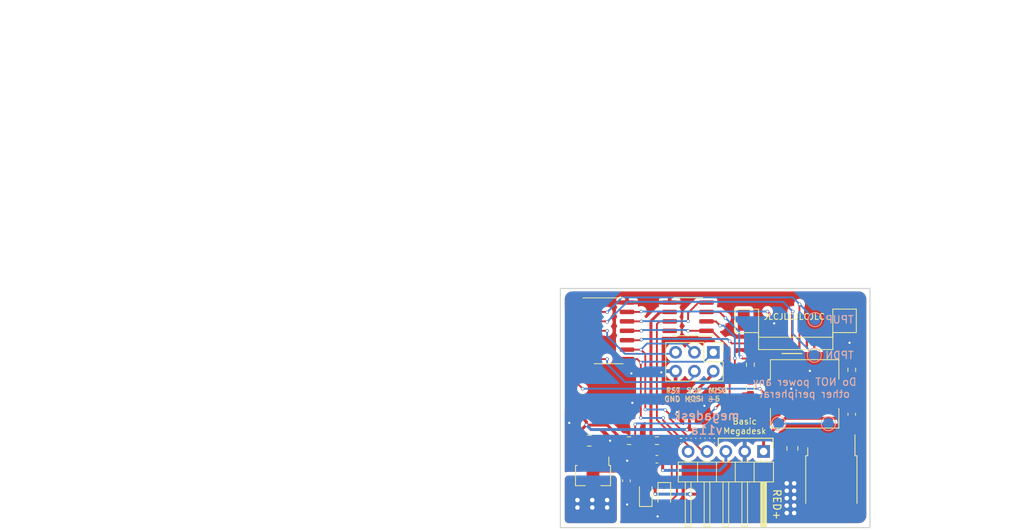
<source format=kicad_pcb>
(kicad_pcb (version 20221018) (generator pcbnew)
  (layers (0 "F.Cu" signal) (31 "B.Cu" signal) (34 "B.Paste" user) (35 "F.Paste" user) (36 "B.SilkS" user "B.Silkscreen") (37 "F.SilkS" user "F.Silkscreen") (38 "B.Mask" user) (39 "F.Mask" user) (44 "Edge.Cuts" user))
  (net 0 "")
  (net 1 "+5V")
  (net 2 "GND")
  (net 3 "+12V")
  (net 4 "LINBUS")
  (net 5 "MISO")
  (net 6 "SCK")
  (net 7 "MOSI")
  (net 8 "RST")
  (net 9 "+24V")
  (net 10 "Net-(BZ1--)")
  (net 11 "Net-(BZ1-+)")
  (net 12 "Net-(D1-K)")
  (net 13 "Net-(D2-K)")
  (net 14 "Bup")
  (net 15 "Bdown")
  (net 16 "B9")
  (net 17 "B10")
  (net 18 "Net-(U3-PA2)")
  (net 19 "Net-(U4-CS)")
  (net 20 "Net-(U4-WAKE)")
  (net 21 "Net-(U3-PA1)")
  (net 22 "Net-(TP1-Pad1)")
  (footprint "Diode_SMD:D_SOD-323" (layer "F.Cu") (at 110.7 132.35 90)
    (fp_text reference "D1" hide)
    (fp_text value "1N4148")
    (fp_line (start -1.61 -0.85) (end -1.61 0.85) (stroke (width 0.12)) (layer "F.SilkS"))
    (fp_line (start -1.61 -0.85) (end 1.05 -0.85) (stroke (width 0.12)) (layer "F.SilkS"))
    (fp_line (start -1.61 0.85) (end 1.05 0.85) (stroke (width 0.12)) (layer "F.SilkS"))
    (pad "1" smd roundrect (at -1.05 0 90) (size 0.6 0.45) (layers "F.Cu" "F.Paste" "F.Mask") (net 12 "Net-(D1-K)"))
    (pad "2" smd roundrect (at 1.05 0 90) (size 0.6 0.45) (layers "F.Cu" "F.Paste" "F.Mask") (net 3 "+12V"))
  )
  (footprint "Package_TO_SOT_SMD:TO-252-2" (layer "F.Cu") (at 135.7 130.44 -90)
    (fp_text reference "U1" hide)
    (fp_text value "7812")
    (fp_line (start -3.31 -3.45) (end -3.31 -3.18) (stroke (width 0.12)) (layer "F.SilkS"))
    (fp_line (start -3.31 -3.18) (end -6.14 -3.18) (stroke (width 0.12)) (layer "F.SilkS"))
    (fp_line (start -3.31 3.18) (end -4.41 3.18) (stroke (width 0.12)) (layer "F.SilkS"))
    (fp_line (start -3.31 3.45) (end -3.31 3.18) (stroke (width 0.12)) (layer "F.SilkS"))
    (fp_line (start 3.11 -3.45) (end -3.31 -3.45) (stroke (width 0.12)) (layer "F.SilkS"))
    (fp_line (start 3.11 3.45) (end -3.31 3.45) (stroke (width 0.12)) (layer "F.SilkS"))
    (pad "1" smd roundrect (at -5.04 -2.28 270) (size 2.2 1.2) (layers "F.Cu" "F.Paste" "F.Mask") (roundrect_rratio 0.208333) (net 9 "+24V"))
    (pad "2" smd roundrect (at -0.415 -1.525 270) (size 3.05 2.75) (layers "F.Cu" "F.Paste") (roundrect_rratio 0.090909) (net 2 "GND"))
    (pad "2" smd roundrect (at -0.415 1.525 270) (size 3.05 2.75) (layers "F.Cu" "F.Paste") (roundrect_rratio 0.090909) (net 2 "GND"))
    (pad "2" smd roundrect (at 1.26 0 270) (size 6.4 5.8) (layers "F.Cu" "F.Mask") (roundrect_rratio 0.043103) (net 2 "GND"))
    (pad "2" smd roundrect (at 2.935 -1.525 270) (size 3.05 2.75) (layers "F.Cu" "F.Paste") (roundrect_rratio 0.090909) (net 2 "GND"))
    (pad "2" smd roundrect (at 2.935 1.525 270) (size 3.05 2.75) (layers "F.Cu" "F.Paste") (roundrect_rratio 0.090909) (net 2 "GND"))
    (pad "3" smd roundrect (at -5.04 2.28 270) (size 2.2 1.2) (layers "F.Cu" "F.Paste" "F.Mask") (roundrect_rratio 0.208333) (net 3 "+12V"))
  )
  (footprint "megadesk:F1004-H-10-20G-R" (layer "F.Cu") (at 130.9 112 180)
    (fp_text reference "J2" hide)
    (fp_text value "FFC")
    (fp_line (start -8.16 1.46) (end -5 1.46) (stroke (width 0.12)) (layer "F.SilkS"))
    (fp_line (start -8.16 4.62) (end -8.16 1.46) (stroke (width 0.12)) (layer "F.SilkS"))
    (fp_line (start -5 -0.83) (end 5 -0.83) (stroke (width 0.12)) (layer "F.SilkS"))
    (fp_line (start -5 0.83) (end -5 4.62) (stroke (width 0.12)) (layer "F.SilkS"))
    (fp_line (start -5 0.83) (end 5 0.83) (stroke (width 0.12)) (layer "F.SilkS"))
    (fp_line (start -5 1.46) (end -5 -0.83) (stroke (width 0.12)) (layer "F.SilkS"))
    (fp_line (start -5 4.62) (end -8.16 4.62) (stroke (width 0.12)) (layer "F.SilkS"))
    (fp_line (start 5 0.83) (end 5 4.62) (stroke (width 0.12)) (layer "F.SilkS"))
    (fp_line (start 5 1.46) (end 5 -0.83) (stroke (width 0.12)) (layer "F.SilkS"))
    (fp_line (start 5 4.62) (end 8.16 4.62) (stroke (width 0.12)) (layer "F.SilkS"))
    (fp_line (start 8.16 1.46) (end 5 1.46) (stroke (width 0.12)) (layer "F.SilkS"))
    (fp_line (start 8.16 4.62) (end 8.16 1.46) (stroke (width 0.12)) (layer "F.SilkS"))
    (pad "0" smd rect locked (at -7 3.1 180) (size 1.6 2.8) (layers "F.Cu" "F.Paste" "F.Mask"))
    (pad "0" smd rect locked (at 7 3.1 180) (size 1.6 2.8) (layers "F.Cu" "F.Paste" "F.Mask"))
    (pad "1" smd rect locked (at -4.5 0 180) (size 0.3 1.3) (layers "F.Cu" "F.Paste" "F.Mask"))
    (pad "2" smd rect locked (at -3.5 0 180) (size 0.3 1.3) (layers "F.Cu" "F.Paste" "F.Mask"))
    (pad "3" smd rect locked (at -2.5 0 180) (size 0.3 1.3) (layers "F.Cu" "F.Paste" "F.Mask"))
    (pad "4" smd rect locked (at -1.5 0 180) (size 0.3 1.3) (layers "F.Cu" "F.Paste" "F.Mask"))
    (pad "5" smd rect locked (at -0.5 0 180) (size 0.3 1.3) (layers "F.Cu" "F.Paste" "F.Mask") (net 14 "Bup"))
    (pad "6" smd rect locked (at 0.5 0 180) (size 0.3 1.3) (layers "F.Cu" "F.Paste" "F.Mask") (net 15 "Bdown"))
    (pad "7" smd rect locked (at 1.5 0 180) (size 0.3 1.3) (layers "F.Cu" "F.Paste" "F.Mask") (net 2 "GND"))
    (pad "8" smd rect locked (at 2.5 0 180) (size 0.3 1.3) (layers "F.Cu" "F.Paste" "F.Mask"))
    (pad "9" smd rect locked (at 3.5 0 180) (size 0.3 1.3) (layers "F.Cu" "F.Paste" "F.Mask") (net 16 "B9"))
    (pad "10" smd rect locked (at 4.5 0 180) (size 0.3 1.3) (layers "F.Cu" "F.Paste" "F.Mask") (net 17 "B10"))
  )
  (footprint "Capacitor_SMD:C_0603_1608Metric" (layer "F.Cu") (at 112.2 127.6 180)
    (fp_text reference "C6" hide)
    (fp_text value "220pF")
    (fp_line (start -0.14058 -0.51) (end 0.14058 -0.51) (stroke (width 0.12)) (layer "F.SilkS"))
    (fp_line (start -0.14058 0.51) (end 0.14058 0.51) (stroke (width 0.12)) (layer "F.SilkS"))
    (pad "1" smd roundrect (at -0.775 0 180) (size 0.9 0.95) (layers "F.Cu" "F.Paste" "F.Mask") (net 4 "LINBUS"))
    (pad "2" smd roundrect (at 0.775 0 180) (size 0.9 0.95) (layers "F.Cu" "F.Paste" "F.Mask") (net 2 "GND"))
  )
  (footprint "Resistor_SMD:R_0603_1608Metric" (layer "F.Cu") (at 138.45 115.55 90)
    (fp_text reference "R1" hide)
    (fp_text value "1k")
    (fp_line (start -0.237258 -0.5225) (end 0.237258 -0.5225) (stroke (width 0.12)) (layer "F.SilkS"))
    (fp_line (start -0.237258 0.5225) (end 0.237258 0.5225) (stroke (width 0.12)) (layer "F.SilkS"))
    (pad "1" smd roundrect (at -0.825 0 90) (size 0.8 0.95) (layers "F.Cu" "F.Paste" "F.Mask") (net 11 "Net-(BZ1-+)"))
    (pad "2" smd roundrect (at 0.825 0 90) (size 0.8 0.95) (layers "F.Cu" "F.Paste" "F.Mask") (net 2 "GND"))
  )
  (footprint "Resistor_SMD:R_0603_1608Metric" (layer "F.Cu") (at 124.792 117.977 -90)
    (fp_text reference "R4" hide)
    (fp_text value "4.7k")
    (fp_line (start -0.237258 -0.5225) (end 0.237258 -0.5225) (stroke (width 0.12)) (layer "F.SilkS"))
    (fp_line (start -0.237258 0.5225) (end 0.237258 0.5225) (stroke (width 0.12)) (layer "F.SilkS"))
    (pad "1" smd roundrect (at -0.825 0 270) (size 0.8 0.95) (layers "F.Cu" "F.Paste" "F.Mask") (net 19 "Net-(U4-CS)"))
    (pad "2" smd roundrect (at 0.825 0 270) (size 0.8 0.95) (layers "F.Cu" "F.Paste" "F.Mask") (net 1 "+5V"))
  )
  (footprint "Resistor_SMD:R_0603_1608Metric" (layer "F.Cu") (at 112.2 125.1 180)
    (fp_text reference "R6" hide)
    (fp_text value "1k")
    (fp_line (start -0.237258 -0.5225) (end 0.237258 -0.5225) (stroke (width 0.12)) (layer "F.SilkS"))
    (fp_line (start -0.237258 0.5225) (end 0.237258 0.5225) (stroke (width 0.12)) (layer "F.SilkS"))
    (pad "1" smd roundrect (at -0.825 0 180) (size 0.8 0.95) (layers "F.Cu" "F.Paste" "F.Mask") (net 13 "Net-(D2-K)"))
    (pad "2" smd roundrect (at 0.825 0 180) (size 0.8 0.95) (layers "F.Cu" "F.Paste" "F.Mask") (net 4 "LINBUS"))
  )
  (footprint "Buzzer_Beeper:Buzzer_Murata_PKMCS0909E" (layer "F.Cu") (at 132.1 118.8)
    (fp_text reference "BZ1" hide)
    (fp_text value "Buzzer")
    (fp_line (start -4.61 -4.61) (end 4.61 -4.61) (stroke (width 0.12)) (layer "F.SilkS"))
    (fp_line (start -4.61 -1.96) (end -4.94 -1.96) (stroke (width 0.12)) (layer "F.SilkS"))
    (fp_line (start -4.61 -1.96) (end -4.61 -4.61) (stroke (width 0.12)) (layer "F.SilkS"))
    (fp_line (start -4.61 4.61) (end -4.61 1.96) (stroke (width 0.12)) (layer "F.SilkS"))
    (fp_line (start 4.61 -4.61) (end 4.61 -1.96) (stroke (width 0.12)) (layer "F.SilkS"))
    (fp_line (start 4.61 1.96) (end 4.61 4.61) (stroke (width 0.12)) (layer "F.SilkS"))
    (fp_line (start 4.61 4.61) (end -4.61 4.61) (stroke (width 0.12)) (layer "F.SilkS"))
    (pad "1" smd rect (at -4.35 0) (size 1.3 3.4) (layers "F.Cu" "F.Paste" "F.Mask") (net 10 "Net-(BZ1--)"))
    (pad "2" smd rect (at 4.35 0) (size 1.3 3.4) (layers "F.Cu" "F.Paste" "F.Mask") (net 11 "Net-(BZ1-+)"))
  )
  (footprint "Capacitor_SMD:C_0805_2012Metric" (layer "F.Cu") (at 130.45 126.15 -90)
    (fp_text reference "C3" hide)
    (fp_text value "0.1uF")
    (fp_line (start -0.261252 -0.735) (end 0.261252 -0.735) (stroke (width 0.12)) (layer "F.SilkS"))
    (fp_line (start -0.261252 0.735) (end 0.261252 0.735) (stroke (width 0.12)) (layer "F.SilkS"))
    (pad "1" smd roundrect (at -0.95 0 270) (size 1 1.45) (layers "F.Cu" "F.Paste" "F.Mask") (net 3 "+12V"))
    (pad "2" smd roundrect (at 0.95 0 270) (size 1 1.45) (layers "F.Cu" "F.Paste" "F.Mask") (net 2 "GND"))
  )
  (footprint "Diode_SMD:D_SOD-323" (layer "F.Cu") (at 113.2 132.35 -90)
    (fp_text reference "D2" hide)
    (fp_text value "1N4148")
    (fp_line (start -1.61 -0.85) (end -1.61 0.85) (stroke (width 0.12)) (layer "F.SilkS"))
    (fp_line (start -1.61 -0.85) (end 1.05 -0.85) (stroke (width 0.12)) (layer "F.SilkS"))
    (fp_line (start -1.61 0.85) (end 1.05 0.85) (stroke (width 0.12)) (layer "F.SilkS"))
    (pad "1" smd roundrect (at -1.05 0 270) (size 0.6 0.45) (layers "F.Cu" "F.Paste" "F.Mask") (net 13 "Net-(D2-K)"))
    (pad "2" smd roundrect (at 1.05 0 270) (size 0.6 0.45) (layers "F.Cu" "F.Paste" "F.Mask") (net 12 "Net-(D1-K)"))
  )
  (footprint "Package_TO_SOT_SMD:SOT-89-3" (layer "F.Cu") (at 103.6 129.8 -90)
    (fp_text reference "U2" hide)
    (fp_text value "HT7550-1")
    (fp_line (start -2.5 -2.13) (end -1.36 -2.13) (stroke (width 0.12)) (layer "F.SilkS"))
    (fp_line (start -1.36 -2.36) (end -1.36 -2.13) (stroke (width 0.12)) (layer "F.SilkS"))
    (fp_line (start -1.36 -2.36) (end 1.36 -2.36) (stroke (width 0.12)) (layer "F.SilkS"))
    (fp_line (start -1.36 2.36) (end -1.36 2.13) (stroke (width 0.12)) (layer "F.SilkS"))
    (fp_line (start 1.36 -2.36) (end 1.36 -1.05) (stroke (width 0.12)) (layer "F.SilkS"))
    (fp_line (start 1.36 1.05) (end 1.36 2.36) (stroke (width 0.12)) (layer "F.SilkS"))
    (fp_line (start 1.36 2.36) (end -1.36 2.36) (stroke (width 0.12)) (layer "F.SilkS"))
    (pad "1" smd rect (at -1.95 -1.5 270) (size 1.3 0.9) (layers "F.Cu" "F.Paste" "F.Mask") (net 2 "GND"))
    (pad "2" smd custom (at -1.8625 0 270) (size 1.475 0.9) (layers "F.Cu" "F.Paste" "F.Mask") (net 3 "+12V") (options (clearance outline) (anchor rect)) (primitives (gr_poly (pts (xy 3.8625 0.8665) (xy 0.7375 0.8665) (xy 0.7375 -0.8665) (xy 3.8625 -0.8665)) (width 0) (fill yes))))
    (pad "3" smd rect (at -1.95 1.5 270) (size 1.3 0.9) (layers "F.Cu" "F.Paste" "F.Mask") (net 1 "+5V"))
  )
  (footprint "Connector_PinHeader_2.54mm:PinHeader_2x03_P2.54mm_Vertical" (layer "F.Cu") (at 119.8 113.2 -90)
    (fp_text reference "J3" hide)
    (fp_text value "AVR-ISP-6")
    (fp_line (start -1.33 -1.33) (end 0 -1.33) (stroke (width 0.12)) (layer "F.SilkS"))
    (fp_line (start -1.33 0) (end -1.33 -1.33) (stroke (width 0.12)) (layer "F.SilkS"))
    (fp_line (start -1.33 1.27) (end -1.33 6.41) (stroke (width 0.12)) (layer "F.SilkS"))
    (fp_line (start -1.33 1.27) (end 1.27 1.27) (stroke (width 0.12)) (layer "F.SilkS"))
    (fp_line (start -1.33 6.41) (end 3.87 6.41) (stroke (width 0.12)) (layer "F.SilkS"))
    (fp_line (start 1.27 -1.33) (end 3.87 -1.33) (stroke (width 0.12)) (layer "F.SilkS"))
    (fp_line (start 1.27 1.27) (end 1.27 -1.33) (stroke (width 0.12)) (layer "F.SilkS"))
    (fp_line (start 3.87 -1.33) (end 3.87 6.41) (stroke (width 0.12)) (layer "F.SilkS"))
    (pad "1" thru_hole rect (at 0 0 270) (size 1.7 1.7) (drill 1) (layers "*.Cu" "*.Mask") (net 5 "MISO"))
    (pad "2" thru_hole oval (at 2.54 0 270) (size 1.7 1.7) (drill 1) (layers "*.Cu" "*.Mask") (net 1 "+5V"))
    (pad "3" thru_hole oval (at 0 2.54 270) (size 1.7 1.7) (drill 1) (layers "*.Cu" "*.Mask") (net 6 "SCK"))
    (pad "4" thru_hole oval (at 2.54 2.54 270) (size 1.7 1.7) (drill 1) (layers "*.Cu" "*.Mask") (net 7 "MOSI"))
    (pad "5" thru_hole oval (at 0 5.08 270) (size 1.7 1.7) (drill 1) (layers "*.Cu" "*.Mask") (net 8 "RST"))
    (pad "6" thru_hole oval (at 2.54 5.08 270) (size 1.7 1.7) (drill 1) (layers "*.Cu" "*.Mask") (net 2 "GND"))
  )
  (footprint "Package_SO:SOIC-14_3.9x8.7mm_P1.27mm" (layer "F.Cu") (at 105.7 110.3)
    (fp_text reference "U3" hide)
    (fp_text value "ATtiny841-SS")
    (fp_line (start 0 -4.435) (end -3.45 -4.435) (stroke (width 0.12)) (layer "F.SilkS"))
    (fp_line (start 0 -4.435) (end 1.95 -4.435) (stroke (width 0.12)) (layer "F.SilkS"))
    (fp_line (start 0 4.435) (end -1.95 4.435) (stroke (width 0.12)) (layer "F.SilkS"))
    (fp_line (start 0 4.435) (end 1.95 4.435) (stroke (width 0.12)) (layer "F.SilkS"))
    (pad "1" smd roundrect (at -2.475 -3.81) (size 1.95 0.6) (layers "F.Cu" "F.Paste" "F.Mask") (net 1 "+5V"))
    (pad "2" smd roundrect (at -2.475 -2.54) (size 1.95 0.6) (layers "F.Cu" "F.Paste" "F.Mask") (net 14 "Bup"))
    (pad "3" smd roundrect (at -2.475 -1.27) (size 1.95 0.6) (layers "F.Cu" "F.Paste" "F.Mask") (net 15 "Bdown"))
    (pad "4" smd roundrect (at -2.475 0) (size 1.95 0.6) (layers "F.Cu" "F.Paste" "F.Mask") (net 8 "RST"))
    (pad "5" smd roundrect (at -2.475 1.27) (size 1.95 0.6) (layers "F.Cu" "F.Paste" "F.Mask"))
    (pad "6" smd roundrect (at -2.475 2.54) (size 1.95 0.6) (layers "F.Cu" "F.Paste" "F.Mask") (net 10 "Net-(BZ1--)"))
    (pad "7" smd roundrect (at -2.475 3.81) (size 1.95 0.6) (layers "F.Cu" "F.Paste" "F.Mask") (net 7 "MOSI"))
    (pad "8" smd roundrect (at 2.475 3.81) (size 1.95 0.6) (layers "F.Cu" "F.Paste" "F.Mask") (net 5 "MISO"))
    (pad "9" smd roundrect (at 2.475 2.54) (size 1.95 0.6) (layers "F.Cu" "F.Paste" "F.Mask") (net 6 "SCK"))
    (pad "10" smd roundrect (at 2.475 1.27) (size 1.95 0.6) (layers "F.Cu" "F.Paste" "F.Mask") (net 17 "B10"))
    (pad "11" smd roundrect (at 2.475 0) (size 1.95 0.6) (layers "F.Cu" "F.Paste" "F.Mask") (net 18 "Net-(U3-PA2)"))
    (pad "12" smd roundrect (at 2.475 -1.27) (size 1.95 0.6) (layers "F.Cu" "F.Paste" "F.Mask") (net 21 "Net-(U3-PA1)"))
    (pad "13" smd roundrect (at 2.475 -2.54) (size 1.95 0.6) (layers "F.Cu" "F.Paste" "F.Mask") (net 16 "B9"))
    (pad "14" smd roundrect (at 2.475 -3.81) (size 1.95 0.6) (layers "F.Cu" "F.Paste" "F.Mask") (net 2 "GND"))
  )
  (footprint "Capacitor_SMD:C_0805_2012Metric" (layer "F.Cu") (at 103.1 125.1)
    (fp_text reference "C5" hide)
    (fp_text value "0.1uF")
    (fp_line (start -0.261252 -0.735) (end 0.261252 -0.735) (stroke (width 0.12)) (layer "F.SilkS"))
    (fp_line (start -0.261252 0.735) (end 0.261252 0.735) (stroke (width 0.12)) (layer "F.SilkS"))
    (pad "1" smd roundrect (at -0.95 0) (size 1 1.45) (layers "F.Cu" "F.Paste" "F.Mask") (net 1 "+5V"))
    (pad "2" smd roundrect (at 0.95 0) (size 1 1.45) (layers "F.Cu" "F.Paste" "F.Mask") (net 2 "GND"))
  )
  (footprint "Resistor_SMD:R_0603_1608Metric" (layer "F.Cu") (at 108.45 125.1)
    (fp_text reference "R3" hide)
    (fp_text value "4.7k")
    (fp_line (start -0.237258 -0.5225) (end 0.237258 -0.5225) (stroke (width 0.12)) (layer "F.SilkS"))
    (fp_line (start -0.237258 0.5225) (end 0.237258 0.5225) (stroke (width 0.12)) (layer "F.SilkS"))
    (pad "1" smd roundrect (at -0.825 0) (size 0.8 0.95) (layers "F.Cu" "F.Paste" "F.Mask") (net 1 "+5V"))
    (pad "2" smd roundrect (at 0.825 0) (size 0.8 0.95) (layers "F.Cu" "F.Paste" "F.Mask") (net 18 "Net-(U3-PA2)"))
  )
  (footprint "Capacitor_SMD:C_0603_1608Metric" (layer "F.Cu") (at 138.45 121.55 90)
    (fp_text reference "C1" hide)
    (fp_text value "220pF")
    (fp_line (start -0.14058 -0.51) (end 0.14058 -0.51) (stroke (width 0.12)) (layer "F.SilkS"))
    (fp_line (start -0.14058 0.51) (end 0.14058 0.51) (stroke (width 0.12)) (layer "F.SilkS"))
    (pad "1" smd roundrect (at -0.775 0 90) (size 0.9 0.95) (layers "F.Cu" "F.Paste" "F.Mask") (net 9 "+24V"))
    (pad "2" smd roundrect (at 0.775 0 90) (size 0.9 0.95) (layers "F.Cu" "F.Paste" "F.Mask") (net 2 "GND"))
  )
  (footprint "Resistor_SMD:R_0603_1608Metric" (layer "F.Cu") (at 124.792 114.866 -90)
    (fp_text reference "R5" hide)
    (fp_text value "4.7k")
    (fp_line (start -0.237258 -0.5225) (end 0.237258 -0.5225) (stroke (width 0.12)) (layer "F.SilkS"))
    (fp_line (start -0.237258 0.5225) (end 0.237258 0.5225) (stroke (width 0.12)) (layer "F.SilkS"))
    (pad "1" smd roundrect (at -0.825 0 270) (size 0.8 0.95) (layers "F.Cu" "F.Paste" "F.Mask") (net 20 "Net-(U4-WAKE)"))
    (pad "2" smd roundrect (at 0.825 0 270) (size 0.8 0.95) (layers "F.Cu" "F.Paste" "F.Mask") (net 2 "GND"))
  )
  (footprint "Package_SO:SOIC-8_3.9x4.9mm_P1.27mm" (layer "F.Cu") (at 116.4 108.4 180)
    (fp_text reference "U4" hide)
    (fp_text value "MCP2003B")
    (fp_line (start 0 -2.56) (end -3.45 -2.56) (stroke (width 0.12)) (layer "F.SilkS"))
    (fp_line (start 0 -2.56) (end 1.95 -2.56) (stroke (width 0.12)) (layer "F.SilkS"))
    (fp_line (start 0 2.56) (end -1.95 2.56) (stroke (width 0.12)) (layer "F.SilkS"))
    (fp_line (start 0 2.56) (end 1.95 2.56) (stroke (width 0.12)) (layer "F.SilkS"))
    (pad "1" smd roundrect (at -2.475 -1.905 180) (size 1.95 0.6) (layers "F.Cu" "F.Paste" "F.Mask") (net 18 "Net-(U3-PA2)"))
    (pad "2" smd roundrect (at -2.475 -0.635 180) (size 1.95 0.6) (layers "F.Cu" "F.Paste" "F.Mask") (net 19 "Net-(U4-CS)"))
    (pad "3" smd roundrect (at -2.475 0.635 180) (size 1.95 0.6) (layers "F.Cu" "F.Paste" "F.Mask") (net 20 "Net-(U4-WAKE)"))
    (pad "4" smd roundrect (at -2.475 1.905 180) (size 1.95 0.6) (layers "F.Cu" "F.Paste" "F.Mask") (net 21 "Net-(U3-PA1)"))
    (pad "5" smd roundrect (at 2.475 1.905 180) (size 1.95 0.6) (layers "F.Cu" "F.Paste" "F.Mask") (net 2 "GND"))
    (pad "6" smd roundrect (at 2.475 0.635 180) (size 1.95 0.6) (layers "F.Cu" "F.Paste" "F.Mask") (net 4 "LINBUS"))
    (pad "7" smd roundrect (at 2.475 -0.635 180) (size 1.95 0.6) (layers "F.Cu" "F.Paste" "F.Mask") (net 12 "Net-(D1-K)"))
    (pad "8" smd roundrect (at 2.475 -1.905 180) (size 1.95 0.6) (layers "F.Cu" "F.Paste" "F.Mask"))
  )
  (footprint "Connector_PinHeader_2.54mm:PinHeader_1x05_P2.54mm_Horizontal" (layer "F.Cu") (at 126.57 126.55 -90)
    (fp_text reference "J4" hide)
    (fp_text value "Interface")
    (fp_line (start 1.042929 2.16) (end 1.44 2.16) (stroke (width 0.12)) (layer "F.SilkS"))
    (fp_line (start 1.042929 2.92) (end 1.44 2.92) (stroke (width 0.12)) (layer "F.SilkS"))
    (fp_line (start 1.042929 4.7) (end 1.44 4.7) (stroke (width 0.12)) (layer "F.SilkS"))
    (fp_line (start 1.042929 5.46) (end 1.44 5.46) (stroke (width 0.12)) (layer "F.SilkS"))
    (fp_line (start 1.042929 7.24) (end 1.44 7.24) (stroke (width 0.12)) (layer "F.SilkS"))
    (fp_line (start 1.042929 8) (end 1.44 8) (stroke (width 0.12)) (layer "F.SilkS"))
    (fp_line (start 1.042929 9.78) (end 1.44 9.78) (stroke (width 0.12)) (layer "F.SilkS"))
    (fp_line (start 1.042929 10.54) (end 1.44 10.54) (stroke (width 0.12)) (layer "F.SilkS"))
    (fp_line (start 1.11 -0.38) (end 1.44 -0.38) (stroke (width 0.12)) (layer "F.SilkS"))
    (fp_line (start 1.11 0.38) (end 1.44 0.38) (stroke (width 0.12)) (layer "F.SilkS"))
    (fp_line (start 1.44 -1.33) (end 1.44 11.49) (stroke (width 0.12)) (layer "F.SilkS"))
    (fp_line (start 1.44 1.27) (end 4.1 1.27) (stroke (width 0.12)) (layer "F.SilkS"))
    (fp_line (start 1.44 3.81) (end 4.1 3.81) (stroke (width 0.12)) (layer "F.SilkS"))
    (fp_line (start 1.44 6.35) (end 4.1 6.35) (stroke (width 0.12)) (layer "F.SilkS"))
    (fp_line (start 1.44 8.89) (end 4.1 8.89) (stroke (width 0.12)) (layer "F.SilkS"))
    (fp_line (start 1.44 11.49) (end 4.1 11.49) (stroke (width 0.12)) (layer "F.SilkS"))
    (fp_line (start 4.1 -1.33) (end 1.44 -1.33) (stroke (width 0.12)) (layer "F.SilkS"))
    (fp_line (start 4.1 -0.38) (end 10.1 -0.38) (stroke (width 0.12)) (layer "F.SilkS"))
    (fp_line (start 4.1 -0.32) (end 10.1 -0.32) (stroke (width 0.12)) (layer "F.SilkS"))
    (fp_line (start 4.1 -0.2) (end 10.1 -0.2) (stroke (width 0.12)) (layer "F.SilkS"))
    (fp_line (start 4.1 -0.08) (end 10.1 -0.08) (stroke (width 0.12)) (layer "F.SilkS"))
    (fp_line (start 4.1 0.04) (end 10.1 0.04) (stroke (width 0.12)) (layer "F.SilkS"))
    (fp_line (start 4.1 0.16) (end 10.1 0.16) (stroke (width 0.12)) (layer "F.SilkS"))
    (fp_line (start 4.1 0.28) (end 10.1 0.28) (stroke (width 0.12)) (layer "F.SilkS"))
    (fp_line (start 4.1 2.16) (end 10.1 2.16) (stroke (width 0.12)) (layer "F.SilkS"))
    (fp_line (start 4.1 4.7) (end 10.1 4.7) (stroke (width 0.12)) (layer "F.SilkS"))
    (fp_line (start 4.1 7.24) (end 10.1 7.24) (stroke (width 0.12)) (layer "F.SilkS"))
    (fp_line (start 4.1 9.78) (end 10.1 9.78) (stroke (width 0.12)) (layer "F.SilkS"))
    (fp_line (start 4.1 11.49) (end 4.1 -1.33) (stroke (width 0.12)) (layer "F.SilkS"))
    (fp_line (start 10.1 -0.38) (end 10.1 0.38) (stroke (width 0.12)) (layer "F.SilkS"))
    (fp_line (start 10.1 0.38) (end 4.1 0.38) (stroke (width 0.12)) (layer "F.SilkS"))
    (fp_line (start 10.1 2.16) (end 10.1 2.92) (stroke (width 0.12)) (layer "F.SilkS"))
    (fp_line (start 10.1 2.92) (end 4.1 2.92) (stroke (width 0.12)) (layer "F.SilkS"))
    (fp_line (start 10.1 4.7) (end 10.1 5.46) (stroke (width 0.12)) (layer "F.SilkS"))
    (fp_line (start 10.1 5.46) (end 4.1 5.46) (stroke (width 0.12)) (layer "F.SilkS"))
    (fp_line (start 10.1 7.24) (end 10.1 8) (stroke (width 0.12)) (layer "F.SilkS"))
    (fp_line (start 10.1 8) (end 4.1 8) (stroke (width 0.12)) (layer "F.SilkS"))
    (fp_line (start 10.1 9.78) (end 10.1 10.54) (stroke (width 0.12)) (layer "F.SilkS"))
    (fp_line (start 10.1 10.54) (end 4.1 10.54) (stroke (width 0.12)) (layer "F.SilkS"))
    (pad "1" thru_hole rect (at 0 0 270) (size 1.7 1.7) (drill 1) (layers "*.Cu" "*.Mask") (net 9 "+24V"))
    (pad "2" thru_hole oval (at 0 2.54 270) (size 1.7 1.7) (drill 1) (layers "*.Cu" "*.Mask") (net 2 "GND"))
    (pad "3" thru_hole oval (at 0 5.08 270) (size 1.7 1.7) (drill 1) (layers "*.Cu" "*.Mask") (net 4 "LINBUS"))
    (pad "4" thru_hole oval (at 0 7.62 270) (size 1.7 1.7) (drill 1) (layers "*.Cu" "*.Mask") (net 6 "SCK"))
    (pad "5" thru_hole oval (at 0 10.16 270) (size 1.7 1.7) (drill 1) (layers "*.Cu" "*.Mask") (net 5 "MISO"))
  )
  (footprint "Capacitor_SMD:C_0603_1608Metric" (layer "F.Cu") (at 108.1 130.5 -90)
    (fp_text reference "C2" hide)
    (fp_text value "220pF")
    (fp_line (start -0.14058 -0.51) (end 0.14058 -0.51) (stroke (width 0.12)) (layer "F.SilkS"))
    (fp_line (start -0.14058 0.51) (end 0.14058 0.51) (stroke (width 0.12)) (layer "F.SilkS"))
    (pad "1" smd roundrect (at -0.775 0 270) (size 0.9 0.95) (layers "F.Cu" "F.Paste" "F.Mask") (net 3 "+12V"))
    (pad "2" smd roundrect (at 0.775 0 270) (size 0.9 0.95) (layers "F.Cu" "F.Paste" "F.Mask") (net 2 "GND"))
  )
  (footprint "TestPoint:TestPoint_Pad_D1.5mm" (layer "B.Cu") (at 133.5 108.8 180)
    (fp_text reference "TP4" hide)
    (fp_text value "TPUP" (at -3.3 0) (layer "B.SilkS") (effects (justify mirror)))
    (fp_circle (center 0 0) (end 0 -0.95) (stroke (width 0.12)) (fill none) (layer "B.SilkS"))
    (pad "1" smd circle (at 0 0 180) (size 1.5 1.5) (layers "B.Cu" "B.Mask") (net 14 "Bup"))
  )
  (footprint "TestPoint:TestPoint_Pad_D1.5mm" (layer "B.Cu") (at 133.4 113.6 180)
    (fp_text reference "TP3" hide)
    (fp_text value "TPDN" (at -3.4 0) (layer "B.SilkS") (effects (justify mirror)))
    (fp_circle (center 0 0) (end 0 -0.95) (stroke (width 0.12)) (fill none) (layer "B.SilkS"))
    (pad "1" smd circle (at 0 0 180) (size 1.5 1.5) (layers "B.Cu" "B.Mask") (net 15 "Bdown"))
  )
  (footprint "TestPoint:TestPoint_Pad_D1.5mm" (layer "B.Cu") (at 135.3 122.8 180)
    (fp_text reference "TP2" hide)
    (fp_text value "TestPoint")
    (fp_circle (center 0 0) (end 0 -0.95) (stroke (width 0.12)) (fill none) (layer "B.SilkS"))
    (pad "1" smd circle (at 0 0 180) (size 1.5 1.5) (layers "B.Cu" "B.Mask") (net 22 "Net-(TP1-Pad1)"))
  )
  (footprint "TestPoint:TestPoint_Pad_D1.5mm" (layer "B.Cu") (at 128.6 122.8 180)
    (fp_text reference "TP1" hide)
    (fp_text value "TestPoint")
    (fp_circle (center 0 0) (end 0 -0.95) (stroke (width 0.12)) (fill none) (layer "B.SilkS"))
    (pad "1" smd circle (at 0 0 180) (size 1.5 1.5) (layers "B.Cu" "B.Mask") (net 22 "Net-(TP1-Pad1)"))
  )
  (gr_line (start 119.966 124.772) (end 115.394 124.772) (stroke (width 0.15) (type dot)) (layer "F.SilkS"))
  (gr_line (start 119.966 124.772) (end 119.966 126.042) (stroke (width 0.15) (type dot)) (layer "F.SilkS"))
  (gr_line (start 129.053 113.363) (end 131.72 113.363) (stroke (width 0.15)) (layer "F.SilkS"))
  (gr_line (start 127.84 124.772) (end 127.84 126.042) (stroke (width 0.15)) (layer "F.SilkS"))
  (gr_line (start 120.474 124.772) (end 127.84 124.772) (stroke (width 0.15)) (layer "F.SilkS"))
  (gr_line (start 115.394 124.772) (end 115.394 126.042) (stroke (width 0.15) (type dot)) (layer "F.SilkS"))
  (gr_line (start 120.474 126.042) (end 120.474 124.772) (stroke (width 0.15)) (layer "F.SilkS"))
  (gr_line (start 140.9 136.8) (end 140.9 104.6) (stroke (width 0.15)) (layer "Edge.Cuts"))
  (gr_line (start 99.2 136.8) (end 140.9 136.8) (stroke (width 0.15)) (layer "Edge.Cuts"))
  (gr_line (start 99.2 104.6) (end 140.9 104.6) (stroke (width 0.15)) (layer "Edge.Cuts"))
  (gr_line (start 99.2 136.8) (end 99.2 104.6) (stroke (width 0.15)) (layer "Edge.Cuts"))
  (gr_text "megadesk\nv11a" (at 118.9 122.7) (layer "B.SilkS") (effects (font (size 1.2 1.2) (thickness 0.2)) (justify mirror)))
  (gr_text "Do NOT power any\nother peripheral" (at 132.1 118) (layer "B.SilkS") (effects (font (size 1 1)) (justify mirror)))
  (gr_text "SCK\nMOSI" (at 117.25 119) (layer "B.SilkS") (effects (font (size 0.7 0.7) (thickness 0.1)) (justify mirror)))
  (gr_text "MISO\n+5" (at 119 118.95) (layer "B.SilkS") (effects (font (size 0.7 0.7) (thickness 0.1)) (justify right mirror)))
  (gr_text "RST\nGND" (at 115.45 119) (layer "B.SilkS") (effects (font (size 0.7 0.7) (thickness 0.1)) (justify left mirror)))
  (gr_text "JLCJLCJLCJLC" (at 130.7 108.4) (layer "F.SilkS") (effects (font (size 0.8 0.8) (thickness 0.125))))
  (gr_text "RST\nGND" (at 115.4 118.9) (layer "F.SilkS") (effects (font (size 0.7 0.7) (thickness 0.1)) (justify right)))
  (gr_text "SCK\nMOSI" (at 117.2 118.9) (layer "F.SilkS") (effects (font (size 0.7 0.7) (thickness 0.1))))
  (gr_text "RED+" (at 128.371408 133.697894 270) (layer "F.SilkS") (effects (font (size 1 1))))
  (gr_text "MISO\n+5" (at 119.1 118.9) (layer "F.SilkS") (effects (font (size 0.7 0.7) (thickness 0.1)) (justify left)))
  (gr_text "Basic\nMegadesk" (at 124.03 124.264) (layer "F.SilkS") (effects (font (size 0.8 0.8) (thickness 0.12)) (justify bottom)))
  (segment (start 105.525 123) (end 107.625 125.1) (width 0.4) (layer "F.Cu") (net 1))
  (segment (start 116.23715 123.629) (end 116.60001 123.26614) (width 0.4) (layer "F.Cu") (net 1))
  (segment (start 116.60001 119.29999) (end 119.8 116.1) (width 0.4) (layer "F.Cu") (net 1))
  (segment (start 102.1 127.85) (end 102.1 125.15) (width 0.4) (layer "F.Cu") (net 1))
  (segment (start 116.60001 123.26614) (end 116.60001 119.29999) (width 0.4) (layer "F.Cu") (net 1))
  (segment (start 124.792 118.802) (end 123.841 118.802) (width 0.4) (layer "F.Cu") (net 1))
  (segment (start 102.7 122.972989) (end 102.15 123.522989) (width 0.4) (layer "F.Cu") (net 1))
  (segment (start 119.014 123.629) (end 116.23715 123.629) (width 0.4) (layer "F.Cu") (net 1))
  (segment (start 101.86 106.49) (end 103.225 106.49) (width 0.4) (layer "F.Cu") (net 1))
  (segment (start 102.15 123.522989) (end 102.15 125.1) (width 0.4) (layer "F.Cu") (net 1))
  (segment (start 102.727011 123) (end 105.525 123) (width 0.4) (layer "F.Cu") (net 1))
  (segment (start 123.841 118.802) (end 119.014 123.629) (width 0.4) (layer "F.Cu") (net 1))
  (segment (start 100.7 107.65) (end 101.86 106.49) (width 0.4) (layer "F.Cu") (net 1))
  (segment (start 100.7 120.55) (end 100.7 107.65) (width 0.4) (layer "F.Cu") (net 1))
  (segment (start 102.7 122.972989) (end 102.7 122.55) (width 0.4) (layer "F.Cu") (net 1))
  (segment (start 102.7 122.55) (end 100.7 120.55) (width 0.4) (layer "F.Cu") (net 1))
  (segment (start 102.7 122.972989) (end 102.727011 123) (width 0.4) (layer "F.Cu") (net 1))
  (via (at 116.23715 123.629) (size 0.45) (drill 0.3) (layers "F.Cu" "B.Cu") (net 1))
  (via (at 102.7 122.972989) (size 0.45) (drill 0.3) (layers "F.Cu" "B.Cu") (net 1))
  (segment (start 102.7 122.972989) (end 103.327011 123.6) (width 0.4) (layer "B.Cu") (net 1))
  (segment (start 116.20815 123.6) (end 116.23715 123.629) (width 0.4) (layer "B.Cu") (net 1))
  (segment (start 103.327011 123.6) (end 116.20815 123.6) (width 0.4) (layer "B.Cu") (net 1))
  (via (at 130.691464 130.843858) (size 0.7) (drill 0.6) (layers "F.Cu" "B.Cu") (net 2))
  (via (at 138.152877 111.91571) (size 0.45) (drill 0.3) (layers "F.Cu" "B.Cu") (net 2))
  (via (at 130.691464 131.843858) (size 0.7) (drill 0.6) (layers "F.Cu" "B.Cu") (net 2))
  (via (at 129.691464 132.843858) (size 0.7) (drill 0.6) (layers "F.Cu" "B.Cu") (net 2))
  (via (at 108.2 133.7) (size 0.45) (drill 0.3) (layers "F.Cu" "B.Cu") (net 2))
  (via (at 130.691464 132.843858) (size 0.7) (drill 0.6) (layers "F.Cu" "B.Cu") (net 2))
  (via (at 100.4 122.7) (size 0.45) (drill 0.3) (layers "F.Cu" "B.Cu") (net 2))
  (via (at 118.6 120.4) (size 0.45) (drill 0.3) (layers "F.Cu" "B.Cu") (net 2))
  (via (at 112.8 115.9) (size 0.45) (drill 0.3) (layers "F.Cu" "B.Cu") (net 2))
  (via (at 128 109.3) (size 0.45) (drill 0.3) (layers "F.Cu" "B.Cu") (net 2))
  (via (at 129.691464 134.843858) (size 0.7) (drill 0.6) (layers "F.Cu" "B.Cu") (net 2))
  (via (at 114.892991 121.250613) (size 0.45) (drill 0.3) (layers "F.Cu" "B.Cu") (net 2))
  (via (at 129.691464 130.843858) (size 0.7) (drill 0.6) (layers "F.Cu" "B.Cu") (net 2))
  (via (at 130.691464 134.843858) (size 0.7) (drill 0.6) (layers "F.Cu" "B.Cu") (net 2))
  (via (at 130.691464 133.843858) (size 0.7) (drill 0.6) (layers "F.Cu" "B.Cu") (net 2))
  (via (at 132.8 115.7) (size 0.45) (drill 0.3) (layers "F.Cu" "B.Cu") (net 2))
  (via (at 108.9 120) (size 0.45) (drill 0.3) (layers "F.Cu" "B.Cu") (net 2))
  (via (at 130.3 118.1) (size 0.45) (drill 0.3) (layers "F.Cu" "B.Cu") (net 2))
  (via (at 129.691464 133.843858) (size 0.7) (drill 0.6) (layers "F.Cu" "B.Cu") (net 2))
  (via (at 112.3 135.3) (size 0.45) (drill 0.3) (layers "F.Cu" "B.Cu") (net 2))
  (via (at 105.9 125.1) (size 0.45) (drill 0.3) (layers "F.Cu" "B.Cu") (net 2))
  (via (at 129.691464 131.843858) (size 0.7) (drill 0.6) (layers "F.Cu" "B.Cu") (net 2))
  (via (at 108.761416 116.039695) (size 0.45) (drill 0.3) (layers "F.Cu" "B.Cu") (net 2))
  (via (at 108.2 127.8) (size 0.45) (drill 0.3) (layers "F.Cu" "B.Cu") (net 2))
  (segment (start 111.974843 132.3) (end 111.974843 131.650843) (width 0.4) (layer "F.Cu") (net 3))
  (segment (start 110.7 130.4) (end 110 129.7) (width 0.4) (layer "F.Cu") (net 3))
  (segment (start 128.95 125.575286) (end 128.95 128.755389) (width 0.4) (layer "F.Cu") (net 3))
  (segment (start 110.7 131.3) (end 110.7 130.4) (width 0.4) (layer "F.Cu") (net 3))
  (segment (start 107.575 129.2) (end 104.3 129.2) (width 0.4) (layer "F.Cu") (net 3))
  (segment (start 130.45 125.2) (end 129.325286 125.2) (width 0.4) (layer "F.Cu") (net 3))
  (segment (start 129.325286 125.2) (end 128.95 125.575286) (width 0.4) (layer "F.Cu") (net 3))
  (segment (start 125.405389 132.3) (end 116.7 132.3) (width 0.4) (layer "F.Cu") (net 3))
  (segment (start 108.1 129.725) (end 107.575 129.2) (width 0.4) (layer "F.Cu") (net 3))
  (segment (start 110 129.7) (end 108.125 129.7) (width 0.4) (layer "F.Cu") (net 3))
  (segment (start 111.974843 131.650843) (end 111.624 131.3) (width 0.4) (layer "F.Cu") (net 3))
  (segment (start 111.624 131.3) (end 110.7 131.3) (width 0.4) (layer "F.Cu") (net 3))
  (segment (start 130.45 125.2) (end 133.22 125.2) (width 0.4) (layer "F.Cu") (net 3))
  (segment (start 104.3 129.2) (end 103.6 128.5) (width 0.4) (layer "F.Cu") (net 3))
  (segment (start 128.95 128.755389) (end 125.405389 132.3) (width 0.4) (layer "F.Cu") (net 3))
  (via (at 105.5 133.1) (size 0.7) (drill 0.6) (layers "F.Cu" "B.Cu") (net 3))
  (via (at 103.5 134.1) (size 0.7) (drill 0.6) (layers "F.Cu" "B.Cu") (net 3))
  (via (at 101.5 134.1) (size 0.7) (drill 0.6) (layers "F.Cu" "B.Cu") (net 3))
  (via (at 111.974843 132.3) (size 0.45) (drill 0.3) (layers "F.Cu" "B.Cu") (net 3))
  (via (at 103.5 133.1) (size 0.7) (drill 0.6) (layers "F.Cu" "B.Cu") (net 3))
  (via (at 101.5 133.1) (size 0.7) (drill 0.6) (layers "F.Cu" "B.Cu") (net 3))
  (via (at 116.7 132.3) (size 0.6) (drill 0.4) (layers "F.Cu" "B.Cu") (net 3))
  (via (at 105.5 134.1) (size 0.7) (drill 0.6) (layers "F.Cu" "B.Cu") (net 3))
  (segment (start 116.7 132.3) (end 111.974843 132.3) (width 0.4) (layer "B.Cu") (net 3))
  (segment (start 112.975 129.075) (end 113 129.1) (width 0.4) (layer "F.Cu") (net 4))
  (segment (start 112.975 127.6) (end 112.975 129.075) (width 0.4) (layer "F.Cu") (net 4))
  (segment (start 111.4 109) (end 111.4 125.075) (width 0.4) (layer "F.Cu") (net 4))
  (segment (start 113.925 107.765) (end 112.635 107.765) (width 0.4) (layer "F.Cu") (net 4))
  (segment (start 111.375 125.1) (end 111.375 125.875) (width 0.4) (layer "F.Cu") (net 4))
  (segment (start 112.635 107.765) (end 111.4 109) (width 0.4) (layer "F.Cu") (net 4))
  (segment (start 111.375 125.875) (end 112.975 127.475) (width 0.4) (layer "F.Cu") (net 4))
  (via (at 113 129.1) (size 0.45) (drill 0.3) (layers "F.Cu" "B.Cu") (net 4))
  (segment (start 121.49 128.271719) (end 121.49 126.55) (width 0.4) (layer "B.Cu") (net 4))
  (segment (start 113 129.1) (end 120.661719 129.1) (width 0.4) (layer "B.Cu") (net 4))
  (segment (start 120.661719 129.1) (end 121.49 128.271719) (width 0.4) (layer "B.Cu") (net 4))
  (segment (start 113.060802 122.401352) (end 116.41 125.75055) (width 0.25) (layer "F.Cu") (net 5))
  (segment (start 116.41 125.75055) (end 116.41 126.55) (width 0.25) (layer "F.Cu") (net 5))
  (segment (start 110.031923 122.023965) (end 110.031923 114.585057) (width 0.25) (layer "F.Cu") (net 5))
  (segment (start 109.556866 114.11) (end 108.175 114.11) (width 0.25) (layer "F.Cu") (net 5))
  (segment (start 110.031923 114.585057) (end 109.556866 114.11) (width 0.25) (layer "F.Cu") (net 5))
  (segment (start 113.060802 122.042378) (end 113.060802 122.401352) (width 0.25) (layer "F.Cu") (net 5))
  (via (at 110.031923 114.585057) (size 0.45) (drill 0.3) (layers "F.Cu" "B.Cu") (net 5))
  (via (at 110.031923 122.023965) (size 0.45) (drill 0.3) (layers "F.Cu" "B.Cu") (net 5))
  (via (at 113.060802 122.042378) (size 0.45) (drill 0.3) (layers "F.Cu" "B.Cu") (net 5))
  (segment (start 118.532098 114.467902) (end 119.8 113.2) (width 0.25) (layer "B.Cu") (net 5))
  (segment (start 110.031923 114.585057) (end 110.149078 114.467902) (width 0.25) (layer "B.Cu") (net 5))
  (segment (start 110.050336 122.042378) (end 110.031923 122.023965) (width 0.25) (layer "B.Cu") (net 5))
  (segment (start 110.149078 114.467902) (end 118.532098 114.467902) (width 0.25) (layer "B.Cu") (net 5))
  (segment (start 113.060802 122.042378) (end 110.050336 122.042378) (width 0.25) (layer "B.Cu") (net 5))
  (segment (start 113.327875 120.974416) (end 113.917095 121.563636) (width 0.25) (layer "F.Cu") (net 6))
  (segment (start 110.639557 113.419557) (end 110.06 112.84) (width 0.25) (layer "F.Cu") (net 6))
  (segment (start 110.06 112.84) (end 108.175 112.84) (width 0.25) (layer "F.Cu") (net 6))
  (segment (start 110.639557 120.900763) (end 110.639557 113.419557) (width 0.25) (layer "F.Cu") (net 6))
  (segment (start 113.917095 121.563636) (end 113.917095 122.086763) (width 0.25) (layer "F.Cu") (net 6))
  (segment (start 113.917095 122.086763) (end 118.380332 126.55) (width 0.25) (layer "F.Cu") (net 6))
  (via (at 113.327875 120.974416) (size 0.45) (drill 0.3) (layers "F.Cu" "B.Cu") (net 6))
  (via (at 110.06 112.84) (size 0.45) (drill 0.3) (layers "F.Cu" "B.Cu") (net 6))
  (via (at 110.639557 120.900763) (size 0.45) (drill 0.3) (layers "F.Cu" "B.Cu") (net 6))
  (segment (start 116.084999 112.024999) (end 117.26 113.2) (width 0.25) (layer "B.Cu") (net 6))
  (segment (start 110.875001 112.024999) (end 116.084999 112.024999) (width 0.25) (layer "B.Cu") (net 6))
  (segment (start 113.327875 120.974416) (end 113.254222 120.900763) (width 0.25) (layer "B.Cu") (net 6))
  (segment (start 113.254222 120.900763) (end 110.639557 120.900763) (width 0.25) (layer "B.Cu") (net 6))
  (segment (start 110.06 112.84) (end 110.875001 112.024999) (width 0.25) (layer "B.Cu") (net 6))
  (segment (start 105.5 114.1) (end 105.49 114.11) (width 0.25) (layer "F.Cu") (net 7))
  (segment (start 105.49 114.11) (end 103.225 114.11) (width 0.25) (layer "F.Cu") (net 7))
  (via (at 105.5 114.1) (size 0.45) (drill 0.3) (layers "F.Cu" "B.Cu") (net 7))
  (segment (start 107.9 117.2) (end 116.430002 117.2) (width 0.25) (layer "B.Cu") (net 7))
  (segment (start 116.430002 117.2) (end 117.26 116.370002) (width 0.25) (layer "B.Cu") (net 7))
  (segment (start 105.5 114.1) (end 105.5 114.8) (width 0.25) (layer "B.Cu") (net 7))
  (segment (start 105.5 114.8) (end 107.9 117.2) (width 0.25) (layer "B.Cu") (net 7))
  (segment (start 105.5 110.3) (end 103.225 110.3) (width 0.25) (layer "F.Cu") (net 8))
  (via (at 105.5 110.3) (size 0.45) (drill 0.3) (layers "F.Cu" "B.Cu") (net 8))
  (segment (start 105.5 110.3) (end 105.5 111) (width 0.25) (layer "B.Cu") (net 8))
  (segment (start 105.5 111) (end 107.9 113.4) (width 0.25) (layer "B.Cu") (net 8))
  (segment (start 107.9 113.4) (end 114.52 113.4) (width 0.25) (layer "B.Cu") (net 8))
  (segment (start 126.57 124.996204) (end 129.483184 122.08302) (width 0.4) (layer "F.Cu") (net 9))
  (segment (start 129.483184 122.08302) (end 138.20802 122.08302) (width 0.4) (layer "F.Cu") (net 9))
  (segment (start 126.57 126.55) (end 126.57 124.996204) (width 0.4) (layer "F.Cu") (net 9))
  (segment (start 137.977778 123.772383) (end 137.977778 125.397778) (width 0.4) (layer "F.Cu") (net 9))
  (segment (start 138.453149 122.328149) (end 138.453149 123.297012) (width 0.4) (layer "F.Cu") (net 9))
  (segment (start 138.453149 123.297012) (end 137.977778 123.772383) (width 0.4) (layer "F.Cu") (net 9))
  (segment (start 126.062 118.1) (end 126.762 118.8) (width 0.25) (layer "F.Cu") (net 10))
  (segment (start 101.4 117.3) (end 101.4 113.3) (width 0.25) (layer "F.Cu") (net 10))
  (segment (start 126.762 118.8) (end 127.3 118.8) (width 0.25) (layer "F.Cu") (net 10))
  (segment (start 102.2 118.1) (end 101.4 117.3) (width 0.25) (layer "F.Cu") (net 10))
  (segment (start 101.86 112.84) (end 103.225 112.84) (width 0.25) (layer "F.Cu") (net 10))
  (segment (start 101.4 113.3) (end 101.86 112.84) (width 0.25) (layer "F.Cu") (net 10))
  (via (at 102.2 118.1) (size 0.45) (drill 0.3) (layers "F.Cu" "B.Cu") (net 10))
  (via (at 126.062 118.1) (size 0.45) (drill 0.3) (layers "F.Cu" "B.Cu") (net 10))
  (segment (start 102.2 118.1) (end 126.062 118.1) (width 0.25) (layer "B.Cu") (net 10))
  (segment (start 138.45 118.026374) (end 138.45 116.375) (width 0.25) (layer "F.Cu") (net 11))
  (segment (start 137.676374 118.8) (end 138.45 118.026374) (width 0.25) (layer "F.Cu") (net 11))
  (segment (start 136.45 118.8) (end 137.676374 118.8) (width 0.25) (layer "F.Cu") (net 11))
  (segment (start 110.75 133.45) (end 113.85 133.45) (width 0.25) (layer "F.Cu") (net 12))
  (segment (start 112.2 109.4) (end 112.565 109.035) (width 0.25) (layer "F.Cu") (net 12))
  (segment (start 114.9 132.4) (end 114.9 125) (width 0.25) (layer "F.Cu") (net 12))
  (segment (start 112.565 109.035) (end 113.925 109.035) (width 0.25) (layer "F.Cu") (net 12))
  (segment (start 112.2 122.3) (end 112.2 109.4) (width 0.25) (layer "F.Cu") (net 12))
  (segment (start 114.9 125) (end 112.2 122.3) (width 0.25) (layer "F.Cu") (net 12))
  (segment (start 113.85 133.45) (end 114.9 132.4) (width 0.25) (layer "F.Cu") (net 12))
  (segment (start 113.025 125.2625) (end 114.2 126.4375) (width 0.25) (layer "F.Cu") (net 13))
  (segment (start 114.2 126.4375) (end 114.2 129.85) (width 0.25) (layer "F.Cu") (net 13))
  (segment (start 113.2 130.85) (end 113.2 131.1) (width 0.25) (layer "F.Cu") (net 13))
  (segment (start 114.2 129.85) (end 113.2 130.85) (width 0.25) (layer "F.Cu") (net 13))
  (segment (start 105.5 107.8) (end 105.46 107.76) (width 0.25) (layer "F.Cu") (net 14))
  (segment (start 131.421505 106.721506) (end 131.4 106.743011) (width 0.25) (layer "F.Cu") (net 14))
  (segment (start 105.46 107.76) (end 103.225 107.76) (width 0.25) (layer "F.Cu") (net 14))
  (segment (start 131.4 106.743011) (end 131.4 111.55) (width 0.25) (layer "F.Cu") (net 14))
  (via (at 105.5 107.8) (size 0.45) (drill 0.3) (layers "F.Cu" "B.Cu") (net 14))
  (via (at 131.421505 106.721506) (size 0.45) (drill 0.3) (layers "F.Cu" "B.Cu") (net 14))
  (segment (start 131.421506 106.721506) (end 133.5 108.8) (width 0.25) (layer "B.Cu") (net 14))
  (segment (start 107.5 105.8) (end 105.5 107.8) (width 0.25) (layer "B.Cu") (net 14))
  (segment (start 131.421505 106.721506) (end 130.499999 105.8) (width 0.25) (layer "B.Cu") (net 14))
  (segment (start 130.499999 105.8) (end 107.5 105.8) (width 0.25) (layer "B.Cu") (net 14))
  (segment (start 131.421505 106.721506) (end 131.421506 106.721506) (width 0.25) (layer "B.Cu") (net 14))
  (segment (start 130.4 111.55) (end 130.4 107.8) (width 0.25) (layer "F.Cu") (net 15))
  (segment (start 105.5 109.1) (end 105.43 109.03) (width 0.25) (layer "F.Cu") (net 15))
  (segment (start 130.4 107.8) (end 130.5 107.7) (width 0.25) (layer "F.Cu") (net 15))
  (segment (start 105.43 109.03) (end 103.225 109.03) (width 0.25) (layer "F.Cu") (net 15))
  (via (at 130.5 107.7) (size 0.45) (drill 0.3) (layers "F.Cu" "B.Cu") (net 15))
  (via (at 105.5 109.1) (size 0.45) (drill 0.3) (layers "F.Cu" "B.Cu") (net 15))
  (segment (start 129.2 106.4) (end 108.2 106.4) (width 0.25) (layer "B.Cu") (net 15))
  (segment (start 130.5 107.7) (end 129.2 106.4) (width 0.25) (layer "B.Cu") (net 15))
  (segment (start 108.2 106.4) (end 105.5 109.1) (width 0.25) (layer "B.Cu") (net 15))
  (segment (start 133.4 113.6) (end 130.5 110.7) (width 0.25) (layer "B.Cu") (net 15))
  (segment (start 130.5 110.7) (end 130.5 107.7) (width 0.25) (layer "B.Cu") (net 15))
  (segment (start 110.04 107.76) (end 108.175 107.76) (width 0.25) (layer "F.Cu") (net 16))
  (segment (start 127.4 108) (end 127.4 112) (width 0.25) (layer "F.Cu") (net 16))
  (segment (start 127.1 107.7) (end 127.4 108) (width 0.25) (layer "F.Cu") (net 16))
  (segment (start 110.1 107.7) (end 110.04 107.76) (width 0.25) (layer "F.Cu") (net 16))
  (via (at 110.1 107.7) (size 0.45) (drill 0.3) (layers "F.Cu" "B.Cu") (net 16))
  (via (at 127.1 107.7) (size 0.45) (drill 0.3) (layers "F.Cu" "B.Cu") (net 16))
  (segment (start 127.1 107.7) (end 110.1 107.7) (width 0.25) (layer "B.Cu") (net 16))
  (segment (start 126.4 112) (end 122.3 112) (width 0.25) (layer "F.Cu") (net 17))
  (segment (start 122.3 112) (end 122 111.7) (width 0.25) (layer "F.Cu") (net 17))
  (segment (start 110.03 111.57) (end 108.175 111.57) (width 0.25) (layer "F.Cu") (net 17))
  (segment (start 110.119166 111.480834) (end 110.03 111.57) (width 0.25) (layer "F.Cu") (net 17))
  (via (at 110.119166 111.480834) (size 0.45) (drill 0.3) (layers "F.Cu" "B.Cu") (net 17))
  (via (at 122 111.7) (size 0.45) (drill 0.3) (layers "F.Cu" "B.Cu") (net 17))
  (segment (start 110.119166 111.480834) (end 110.2 111.4) (width 0.25) (layer "B.Cu") (net 17))
  (segment (start 121.7 111.4) (end 122 111.7) (width 0.25) (layer "B.Cu") (net 17))
  (segment (start 110.2 111.4) (end 121.7 111.4) (width 0.25) (layer "B.Cu") (net 17))
  (segment (start 110.1 110.3) (end 108.175 110.3) (width 0.25) (layer "F.Cu") (net 18))
  (segment (start 109.275 122.922555) (end 109.275 125.1) (width 0.25) (layer "F.Cu") (net 18))
  (segment (start 122 112.7) (end 122 118.8) (width 0.25) (layer "F.Cu") (net 18))
  (segment (start 122 118.8) (end 120.1 120.7) (width 0.25) (layer "F.Cu") (net 18))
  (segment (start 119.6 110.3) (end 122 112.7) (width 0.25) (layer "F.Cu") (net 18))
  (segment (start 116.4 110.3) (end 119.6 110.3) (width 0.25) (layer "F.Cu") (net 18))
  (segment (start 109.28142 122.916135) (end 109.275 122.922555) (width 0.25) (layer "F.Cu") (net 18))
  (via (at 110.1 110.3) (size 0.45) (drill 0.3) (layers "F.Cu" "B.Cu") (net 18))
  (via (at 120.1 120.7) (size 0.45) (drill 0.3) (layers "F.Cu" "B.Cu") (net 18))
  (via (at 109.28142 122.916135) (size 0.45) (drill 0.3) (layers "F.Cu" "B.Cu") (net 18))
  (via (at 116.4 110.3) (size 0.45) (drill 0.3) (layers "F.Cu" "B.Cu") (net 18))
  (segment (start 109.28142 122.916135) (end 109.420488 122.777067) (width 0.25) (layer "B.Cu") (net 18))
  (segment (start 109.420488 122.777067) (end 118.022933 122.777067) (width 0.25) (layer "B.Cu") (net 18))
  (segment (start 116.3 110.2) (end 116.4 110.3) (width 0.25) (layer "B.Cu") (net 18))
  (segment (start 110.2 110.2) (end 116.3 110.2) (width 0.25) (layer "B.Cu") (net 18))
  (segment (start 118.022933 122.777067) (end 120.1 120.7) (width 0.25) (layer "B.Cu") (net 18))
  (segment (start 110.1 110.3) (end 110.2 110.2) (width 0.25) (layer "B.Cu") (net 18))
  (segment (start 120.7 109.6) (end 120.135 109.035) (width 0.25) (layer "F.Cu") (net 19))
  (segment (start 120.135 109.035) (end 118.875 109.035) (width 0.25) (layer "F.Cu") (net 19))
  (segment (start 123.014 117.152) (end 124.792 117.152) (width 0.25) (layer "F.Cu") (net 19))
  (segment (start 122.7 114) (end 122.7 116.838) (width 0.25) (layer "F.Cu") (net 19))
  (segment (start 122.7 116.838) (end 123.014 117.152) (width 0.25) (layer "F.Cu") (net 19))
  (via (at 120.7 109.6) (size 0.45) (drill 0.3) (layers "F.Cu" "B.Cu") (net 19))
  (via (at 122.7 114) (size 0.45) (drill 0.3) (layers "F.Cu" "B.Cu") (net 19))
  (segment (start 122.7 111.1) (end 122.7 114) (width 0.25) (layer "B.Cu") (net 19))
  (segment (start 121.2 109.6) (end 122.7 111.1) (width 0.25) (layer "B.Cu") (net 19))
  (segment (start 120.7 109.6) (end 121.2 109.6) (width 0.25) (layer "B.Cu") (net 19))
  (segment (start 121.439659 108.569659) (end 120.635 107.765) (width 0.25) (layer "F.Cu") (net 20))
  (segment (start 123.713 114.041) (end 124.792 114.041) (width 0.25) (layer "F.Cu") (net 20))
  (segment (start 123.522 113.85) (end 123.713 114.041) (width 0.25) (layer "F.Cu") (net 20))
  (segment (start 120.635 107.765) (end 118.875 107.765) (width 0.25) (layer "F.Cu") (net 20))
  (via (at 121.439659 108.569659) (size 0.45) (drill 0.3) (layers "F.Cu" "B.Cu") (net 20))
  (via (at 123.522 113.85) (size 0.45) (drill 0.3) (layers "F.Cu" "B.Cu") (net 20))
  (segment (start 123.3 110.43) (end 121.439659 108.569659) (width 0.25) (layer "B.Cu") (net 20))
  (segment (start 123.522 113.85) (end 123.3 113.628) (width 0.25) (layer "B.Cu") (net 20))
  (segment (start 123.3 113.628) (end 123.3 110.43) (width 0.25) (layer "B.Cu") (net 20))
  (segment (start 117.805 106.495) (end 118.875 106.495) (width 0.25) (layer "F.Cu") (net 21))
  (segment (start 116.4 107.9) (end 117.805 106.495) (width 0.25) (layer "F.Cu") (net 21))
  (segment (start 116.4 109) (end 116.4 107.9) (width 0.25) (layer "F.Cu") (net 21))
  (segment (start 110.103973 109.03) (end 108.175 109.03) (width 0.25) (layer "F.Cu") (net 21))
  (via (at 116.4 109) (size 0.45) (drill 0.3) (layers "F.Cu" "B.Cu") (net 21))
  (via (at 110.103973 109.03) (size 0.45) (drill 0.3) (layers "F.Cu" "B.Cu") (net 21))
  (segment (start 110.133973 109) (end 116.4 109) (width 0.25) (layer "B.Cu") (net 21))
  (segment (start 110.103973 109.03) (end 110.133973 109) (width 0.25) (layer "B.Cu") (net 21))
  (segment (start 135.3 122.8) (end 128.6 122.8) (width 0.25) (layer "B.Cu") (net 22))
  (zone (net 2) (net_name "GND") (layers "F&B.Cu") (connect_pads (clearance 0.508)) (min_thickness 0.254) (fill yes (thermal_gap 0.508) (thermal_bridge_width 0.508) (smoothing fillet) (radius 1))
    (polygon (pts (xy 99.8 105) (xy 140.4 105) (xy 140.4 136.2) (xy 99.8 136.2)))
  )
  (zone (net 3) (net_name "+12V") (layers "F&B.Cu") (priority 1) (connect_pads (clearance 0.508)) (min_thickness 0.254) (fill yes (thermal_gap 0.508) (thermal_bridge_width 0.508) (smoothing fillet) (radius 0.5))
    (polygon (pts (xy 106.8 136.2) (xy 99.8 136.2) (xy 99.8 129.8) (xy 106.8 129.8)))
  )
)
</source>
